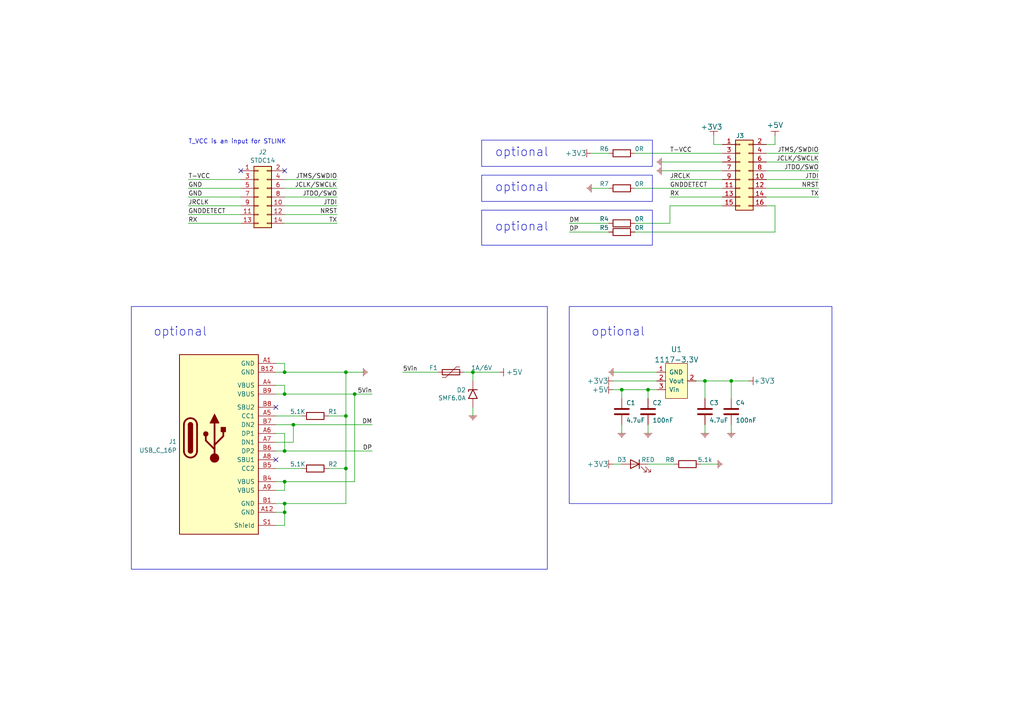
<source format=kicad_sch>
(kicad_sch (version 20230121) (generator eeschema)
  (paper "A4")
  (title_block (date "2023-08-12"))
  (lib_symbols
    (symbol "0_power:+3V3" (power) (pin_names (offset 1.016))
      (property "Value" "+3V3" (at 0 1.27 0))
      (symbol "+3V3_0_1"
        (polyline (pts (xy -1.143 0) (xy 1.143 0)))
        (polyline (pts (xy 0 0) (xy 0 -1.27)))
      )
      (symbol "+3V3_1_1"
        (pin power_in line (at 0 -1.27 90) (length 0) hide (name "+3V3") (number "1"))
      )
    )
    (symbol "0_power:+5V" (power) (pin_names (offset 1.016))
      (property "Value" "+5V" (at 0 1.27 0))
      (symbol "+5V_0_1"
        (polyline (pts (xy -1.143 0) (xy 1.143 0)))
        (polyline (pts (xy 0 0) (xy 0 -1.27)))
      )
      (symbol "+5V_1_1"
        (pin power_in line (at 0 -1.27 90) (length 0) hide (name "+5V") (number "1"))
      )
    )
    (symbol "0_power:GND" (power) (pin_names (offset 1.016))
      (symbol "GND_0_1"
        (polyline (pts (xy -1.143 0) (xy 1.143 0)))
        (polyline (pts (xy -0.762 -0.381) (xy 0.762 -0.381)))
        (polyline (pts (xy -0.381 -0.762) (xy 0.381 -0.762)))
        (polyline (pts (xy -0.127 -1.143) (xy 0.127 -1.143)))
      )
      (symbol "GND_1_1"
        (pin power_in line (at 0 0 270) (length 0) hide (name "GND") (number "1"))
      )
    )
    (symbol "0_ungrouped:AMS1117_TabPin2" (pin_names (offset 1.016))
      (property "Reference" "U" (at -2.54 6.35 0))
      (property "Value" "AMS1117_TabPin2" (at 0 -6.35 0))
      (symbol "AMS1117_TabPin2_0_1"
        (rectangle (start -3.81 5.08) (end 2.54 -5.08) (fill (type background)))
      )
      (symbol "AMS1117_TabPin2_1_1"
        (pin passive line (at -6.35 2.54 0) (length 2.54) (name "GND") (number "1"))
        (pin passive line (at -6.35 0 0) (length 2.54) (name "Vout") (number "2"))
        (pin passive line (at 5.08 0 180) (length 2.54) (name "~") (number "2"))
        (pin passive line (at -6.35 -2.54 0) (length 2.54) (name "Vin") (number "3"))
      )
    )
    (symbol "0_ungrouped:USB_C_16P" (pin_names (offset 1.016))
      (property "Reference" "J" (at -12.7 25.4 0))
      (property "Value" "USB_C_16P" (at 8.89 25.4 0))
      (symbol "USB_C_16P_0_1"
        (rectangle (start -12.7 24.13) (end 10.16 -27.94) (stroke (width 0.254)) (fill (type background)))
        (arc (start -11.43 -3.81) (mid -9.525 -5.7067) (end -7.62 -3.81) (stroke (width 0.508)))
        (arc (start -10.16 -3.81) (mid -9.525 -4.4423) (end -8.89 -3.81) (stroke (width 0.254)))
        (arc (start -10.16 -3.81) (mid -9.525 -4.4423) (end -8.89 -3.81) (stroke (width 0.254)) (fill (type outline)))
        (rectangle (start -10.16 -3.81) (end -8.89 3.81) (stroke (width 0.254)) (fill (type outline)))
        (arc (start -8.89 3.81) (mid -9.525 4.4423) (end -10.16 3.81) (stroke (width 0.254)))
        (arc (start -8.89 3.81) (mid -9.525 4.4423) (end -10.16 3.81) (stroke (width 0.254)) (fill (type outline)))
        (arc (start -7.62 3.81) (mid -9.525 5.7067) (end -11.43 3.81) (stroke (width 0.508)))
        (polyline (pts (xy -11.43 -3.81) (xy -11.43 3.81)) (stroke (width 0.508)))
        (polyline (pts (xy -7.62 3.81) (xy -7.62 -3.81)) (stroke (width 0.508)))
      )
      (symbol "USB_C_16P_1_1"
        (circle (center -5.08 1.143) (radius 0.635) (stroke (width 0.254)) (fill (type outline)))
        (circle (center -2.54 -5.842) (radius 1.27) (fill (type outline)))
        (rectangle (start -0.635 1.778) (end 0.635 3.048) (stroke (width 0.254)) (fill (type outline)))
        (polyline (pts (xy -2.54 -5.842) (xy -2.54 4.318)) (stroke (width 0.508)))
        (polyline (pts (xy -2.54 -3.302) (xy -5.08 -0.762) (xy -5.08 0.508)) (stroke (width 0.508)))
        (polyline (pts (xy -2.54 -2.032) (xy 0 0.508) (xy 0 1.778)) (stroke (width 0.508)))
        (polyline (pts (xy -3.81 4.318) (xy -2.54 6.858) (xy -1.27 4.318) (xy -3.81 4.318)) (stroke (width 0.254)) (fill (type outline)))
        (pin passive line (at 15.24 21.59 180) (length 5.08) (name "GND") (number "A1"))
        (pin passive line (at 15.24 -21.59 180) (length 5.08) (name "GND") (number "A12"))
        (pin passive line (at 15.24 15.24 180) (length 5.08) (name "VBUS") (number "A4"))
        (pin passive line (at 15.24 6.35 180) (length 5.08) (name "CC1") (number "A5"))
        (pin passive line (at 15.24 1.27 180) (length 5.08) (name "DP1") (number "A6"))
        (pin passive line (at 15.24 -1.27 180) (length 5.08) (name "DN1") (number "A7"))
        (pin passive line (at 15.24 -6.35 180) (length 5.08) (name "SBU1") (number "A8"))
        (pin passive line (at 15.24 -15.24 180) (length 5.08) (name "VBUS") (number "A9"))
        (pin passive line (at 15.24 -19.05 180) (length 5.08) (name "GND") (number "B1"))
        (pin passive line (at 15.24 19.05 180) (length 5.08) (name "GND") (number "B12"))
        (pin passive line (at 15.24 -12.7 180) (length 5.08) (name "VBUS") (number "B4"))
        (pin passive line (at 15.24 -8.89 180) (length 5.08) (name "CC2") (number "B5"))
        (pin passive line (at 15.24 -3.81 180) (length 5.08) (name "DP2") (number "B6"))
        (pin passive line (at 15.24 3.81 180) (length 5.08) (name "DN2") (number "B7"))
        (pin passive line (at 15.24 8.89 180) (length 5.08) (name "SBU2") (number "B8"))
        (pin passive line (at 15.24 12.7 180) (length 5.08) (name "VBUS") (number "B9"))
        (pin passive line (at 15.24 -25.4 180) (length 5.08) (name "Shield") (number "S1"))
      )
    )
    (symbol "Connector_Generic:Conn_02x07_Odd_Even" (pin_names (offset 1.016) hide)
      (property "Reference" "J" (at 1.27 10.16 0))
      (property "Value" "Conn_02x07_Odd_Even" (at 1.27 -10.16 0))
      (symbol "Conn_02x07_Odd_Even_1_1"
        (rectangle (start -1.27 -7.493) (end 0 -7.747) (stroke (width 0.1524)))
        (rectangle (start -1.27 -4.953) (end 0 -5.207) (stroke (width 0.1524)))
        (rectangle (start -1.27 -2.413) (end 0 -2.667) (stroke (width 0.1524)))
        (rectangle (start -1.27 0.127) (end 0 -0.127) (stroke (width 0.1524)))
        (rectangle (start -1.27 2.667) (end 0 2.413) (stroke (width 0.1524)))
        (rectangle (start -1.27 5.207) (end 0 4.953) (stroke (width 0.1524)))
        (rectangle (start -1.27 7.747) (end 0 7.493) (stroke (width 0.1524)))
        (rectangle (start -1.27 8.89) (end 3.81 -8.89) (stroke (width 0.254)) (fill (type background)))
        (rectangle (start 3.81 -7.493) (end 2.54 -7.747) (stroke (width 0.1524)))
        (rectangle (start 3.81 -4.953) (end 2.54 -5.207) (stroke (width 0.1524)))
        (rectangle (start 3.81 -2.413) (end 2.54 -2.667) (stroke (width 0.1524)))
        (rectangle (start 3.81 0.127) (end 2.54 -0.127) (stroke (width 0.1524)))
        (rectangle (start 3.81 2.667) (end 2.54 2.413) (stroke (width 0.1524)))
        (rectangle (start 3.81 5.207) (end 2.54 4.953) (stroke (width 0.1524)))
        (rectangle (start 3.81 7.747) (end 2.54 7.493) (stroke (width 0.1524)))
        (pin passive line (at -5.08 7.62 0) (length 3.81) (name "Pin_1") (number "1"))
        (pin passive line (at 7.62 -2.54 180) (length 3.81) (name "Pin_10") (number "10"))
        (pin passive line (at -5.08 -5.08 0) (length 3.81) (name "Pin_11") (number "11"))
        (pin passive line (at 7.62 -5.08 180) (length 3.81) (name "Pin_12") (number "12"))
        (pin passive line (at -5.08 -7.62 0) (length 3.81) (name "Pin_13") (number "13"))
        (pin passive line (at 7.62 -7.62 180) (length 3.81) (name "Pin_14") (number "14"))
        (pin passive line (at 7.62 7.62 180) (length 3.81) (name "Pin_2") (number "2"))
        (pin passive line (at -5.08 5.08 0) (length 3.81) (name "Pin_3") (number "3"))
        (pin passive line (at 7.62 5.08 180) (length 3.81) (name "Pin_4") (number "4"))
        (pin passive line (at -5.08 2.54 0) (length 3.81) (name "Pin_5") (number "5"))
        (pin passive line (at 7.62 2.54 180) (length 3.81) (name "Pin_6") (number "6"))
        (pin passive line (at -5.08 0 0) (length 3.81) (name "Pin_7") (number "7"))
        (pin passive line (at 7.62 0 180) (length 3.81) (name "Pin_8") (number "8"))
        (pin passive line (at -5.08 -2.54 0) (length 3.81) (name "Pin_9") (number "9"))
      )
    )
    (symbol "Connector_Generic:Conn_02x08_Odd_Even" (pin_names (offset 1.016) hide)
      (property "Reference" "J" (at 1.27 10.16 0))
      (property "Value" "Conn_02x08_Odd_Even" (at 1.27 -12.7 0))
      (symbol "Conn_02x08_Odd_Even_1_1"
        (rectangle (start -1.27 -10.033) (end 0 -10.287) (stroke (width 0.1524)))
        (rectangle (start -1.27 -7.493) (end 0 -7.747) (stroke (width 0.1524)))
        (rectangle (start -1.27 -4.953) (end 0 -5.207) (stroke (width 0.1524)))
        (rectangle (start -1.27 -2.413) (end 0 -2.667) (stroke (width 0.1524)))
        (rectangle (start -1.27 0.127) (end 0 -0.127) (stroke (width 0.1524)))
        (rectangle (start -1.27 2.667) (end 0 2.413) (stroke (width 0.1524)))
        (rectangle (start -1.27 5.207) (end 0 4.953) (stroke (width 0.1524)))
        (rectangle (start -1.27 7.747) (end 0 7.493) (stroke (width 0.1524)))
        (rectangle (start -1.27 8.89) (end 3.81 -11.43) (stroke (width 0.254)) (fill (type background)))
        (rectangle (start 3.81 -10.033) (end 2.54 -10.287) (stroke (width 0.1524)))
        (rectangle (start 3.81 -7.493) (end 2.54 -7.747) (stroke (width 0.1524)))
        (rectangle (start 3.81 -4.953) (end 2.54 -5.207) (stroke (width 0.1524)))
        (rectangle (start 3.81 -2.413) (end 2.54 -2.667) (stroke (width 0.1524)))
        (rectangle (start 3.81 0.127) (end 2.54 -0.127) (stroke (width 0.1524)))
        (rectangle (start 3.81 2.667) (end 2.54 2.413) (stroke (width 0.1524)))
        (rectangle (start 3.81 5.207) (end 2.54 4.953) (stroke (width 0.1524)))
        (rectangle (start 3.81 7.747) (end 2.54 7.493) (stroke (width 0.1524)))
        (pin passive line (at -5.08 7.62 0) (length 3.81) (name "Pin_1") (number "1"))
        (pin passive line (at 7.62 -2.54 180) (length 3.81) (name "Pin_10") (number "10"))
        (pin passive line (at -5.08 -5.08 0) (length 3.81) (name "Pin_11") (number "11"))
        (pin passive line (at 7.62 -5.08 180) (length 3.81) (name "Pin_12") (number "12"))
        (pin passive line (at -5.08 -7.62 0) (length 3.81) (name "Pin_13") (number "13"))
        (pin passive line (at 7.62 -7.62 180) (length 3.81) (name "Pin_14") (number "14"))
        (pin passive line (at -5.08 -10.16 0) (length 3.81) (name "Pin_15") (number "15"))
        (pin passive line (at 7.62 -10.16 180) (length 3.81) (name "Pin_16") (number "16"))
        (pin passive line (at 7.62 7.62 180) (length 3.81) (name "Pin_2") (number "2"))
        (pin passive line (at -5.08 5.08 0) (length 3.81) (name "Pin_3") (number "3"))
        (pin passive line (at 7.62 5.08 180) (length 3.81) (name "Pin_4") (number "4"))
        (pin passive line (at -5.08 2.54 0) (length 3.81) (name "Pin_5") (number "5"))
        (pin passive line (at 7.62 2.54 180) (length 3.81) (name "Pin_6") (number "6"))
        (pin passive line (at -5.08 0 0) (length 3.81) (name "Pin_7") (number "7"))
        (pin passive line (at 7.62 0 180) (length 3.81) (name "Pin_8") (number "8"))
        (pin passive line (at -5.08 -2.54 0) (length 3.81) (name "Pin_9") (number "9"))
      )
    )
    (symbol "Device:C" (pin_numbers hide) (pin_names (offset 0.254))
      (property "Reference" "C" (at 0.635 2.54 0))
      (property "Value" "C" (at 0.635 -2.54 0))
      (symbol "C_0_1"
        (polyline (pts (xy -2.032 -0.762) (xy 2.032 -0.762)) (stroke (width 0.508)))
        (polyline (pts (xy -2.032 0.762) (xy 2.032 0.762)) (stroke (width 0.508)))
      )
      (symbol "C_1_1"
        (pin passive line (at 0 3.81 270) (length 2.794) (name "~") (number "1"))
        (pin passive line (at 0 -3.81 90) (length 2.794) (name "~") (number "2"))
      )
    )
    (symbol "Device:LED" (pin_numbers hide) (pin_names (offset 1.016) hide)
      (property "Reference" "D" (at 0 2.54 0))
      (property "Value" "LED" (at 0 -2.54 0))
      (symbol "LED_0_1"
        (polyline (pts (xy -1.27 -1.27) (xy -1.27 1.27)) (stroke (width 0.254)))
        (polyline (pts (xy -1.27 0) (xy 1.27 0)))
        (polyline (pts (xy 1.27 -1.27) (xy 1.27 1.27) (xy -1.27 0) (xy 1.27 -1.27)) (stroke (width 0.254)))
        (polyline (pts (xy -3.048 -0.762) (xy -4.572 -2.286) (xy -3.81 -2.286) (xy -4.572 -2.286) (xy -4.572 -1.524)))
        (polyline (pts (xy -1.778 -0.762) (xy -3.302 -2.286) (xy -2.54 -2.286) (xy -3.302 -2.286) (xy -3.302 -1.524)))
      )
      (symbol "LED_1_1"
        (pin passive line (at -3.81 0 0) (length 2.54) (name "K") (number "1"))
        (pin passive line (at 3.81 0 180) (length 2.54) (name "A") (number "2"))
      )
    )
    (symbol "Device:Polyfuse" (pin_numbers hide) (pin_names (offset 0))
      (property "Reference" "F" (at -2.54 0 90))
      (property "Value" "Polyfuse" (at 2.54 0 90))
      (symbol "Polyfuse_0_1"
        (rectangle (start -0.762 2.54) (end 0.762 -2.54) (stroke (width 0.254)))
        (polyline (pts (xy 0 2.54) (xy 0 -2.54)))
        (polyline (pts (xy -1.524 2.54) (xy -1.524 1.524) (xy 1.524 -1.524) (xy 1.524 -2.54)))
      )
      (symbol "Polyfuse_1_1"
        (pin passive line (at 0 3.81 270) (length 1.27) (name "~") (number "1"))
        (pin passive line (at 0 -3.81 90) (length 1.27) (name "~") (number "2"))
      )
    )
    (symbol "Device:R" (pin_numbers hide) (pin_names (offset 0))
      (property "Reference" "R" (at 2.032 0 90))
      (property "Value" "R" (at 0 0 90))
      (symbol "R_0_1"
        (rectangle (start -1.016 -2.54) (end 1.016 2.54) (stroke (width 0.254)))
      )
      (symbol "R_1_1"
        (pin passive line (at 0 3.81 270) (length 1.27) (name "~") (number "1"))
        (pin passive line (at 0 -3.81 90) (length 1.27) (name "~") (number "2"))
      )
    )
    (symbol "Diode:1.5KExxA" (pin_numbers hide) (pin_names (offset 1.016) hide)
      (property "Reference" "D" (at 0 2.54 0))
      (property "Value" "1.5KExxA" (at 0 -2.54 0))
      (symbol "1.5KExxA_0_1"
        (polyline (pts (xy -0.762 1.27) (xy -1.27 1.27) (xy -1.27 -1.27)) (stroke (width 0.254)))
        (polyline (pts (xy 1.27 1.27) (xy 1.27 -1.27) (xy -1.27 0) (xy 1.27 1.27)) (stroke (width 0.254)))
      )
      (symbol "1.5KExxA_1_1"
        (pin passive line (at -3.81 0 0) (length 2.54) (name "A1") (number "1"))
        (pin passive line (at 3.81 0 180) (length 2.54) (name "A2") (number "2"))
      )
    )
  )
  (junction (at 82.55 139.7))
  (junction (at 82.55 130.81))
  (junction (at 82.55 148.59))
  (junction (at 100.33 135.89))
  (junction (at 137.16 107.95))
  (junction (at 100.33 120.65))
  (junction (at 82.55 114.3))
  (junction (at 180.34 113.03))
  (junction (at 85.09 123.19))
  (junction (at 82.55 107.95))
  (junction (at 204.47 110.49))
  (junction (at 187.96 113.03))
  (junction (at 102.87 114.3))
  (junction (at 82.55 146.05))
  (junction (at 100.33 107.95))
  (junction (at 212.09 110.49))
  (no_connect (at 80.01 118.11))
  (no_connect (at 69.85 49.53))
  (no_connect (at 80.01 133.35))
  (no_connect (at 82.55 49.53))
  (wire (pts (xy 207.01 41.91) (xy 209.55 41.91)))
  (wire (pts (xy 100.33 135.89) (xy 100.33 120.65)))
  (wire (pts (xy 80.01 125.73) (xy 82.55 125.73)))
  (wire (pts (xy 54.61 54.61) (xy 69.85 54.61)))
  (wire (pts (xy 209.55 59.69) (xy 194.31 59.69)))
  (wire (pts (xy 100.33 135.89) (xy 100.33 146.05)))
  (wire (pts (xy 80.01 105.41) (xy 82.55 105.41)))
  (wire (pts (xy 165.1 67.31) (xy 176.53 67.31)))
  (wire (pts (xy 116.84 107.95) (xy 127 107.95)))
  (wire (pts (xy 54.61 52.07) (xy 69.85 52.07)))
  (wire (pts (xy 187.96 113.03) (xy 180.34 113.03)))
  (wire (pts (xy 82.55 59.69) (xy 97.79 59.69)))
  (wire (pts (xy 82.55 105.41) (xy 82.55 107.95)))
  (wire (pts (xy 171.45 44.45) (xy 176.53 44.45)))
  (wire (pts (xy 80.01 142.24) (xy 82.55 142.24)))
  (wire (pts (xy 212.09 110.49) (xy 212.09 115.57)))
  (wire (pts (xy 184.15 67.31) (xy 224.79 67.31)))
  (wire (pts (xy 187.96 113.03) (xy 187.96 115.57)))
  (wire (pts (xy 54.61 57.15) (xy 69.85 57.15)))
  (wire (pts (xy 80.01 146.05) (xy 82.55 146.05)))
  (wire (pts (xy 204.47 123.19) (xy 204.47 125.73)))
  (wire (pts (xy 82.55 54.61) (xy 97.79 54.61)))
  (wire (pts (xy 100.33 107.95) (xy 105.41 107.95)))
  (wire (pts (xy 82.55 52.07) (xy 97.79 52.07)))
  (wire (pts (xy 177.8 113.03) (xy 180.34 113.03)))
  (wire (pts (xy 191.77 46.99) (xy 209.55 46.99)))
  (wire (pts (xy 82.55 148.59) (xy 80.01 148.59)))
  (wire (pts (xy 85.09 128.27) (xy 80.01 128.27)))
  (wire (pts (xy 222.25 49.53) (xy 237.49 49.53)))
  (wire (pts (xy 190.5 113.03) (xy 187.96 113.03)))
  (wire (pts (xy 82.55 57.15) (xy 97.79 57.15)))
  (wire (pts (xy 212.09 123.19) (xy 212.09 125.73)))
  (wire (pts (xy 180.34 123.19) (xy 180.34 125.73)))
  (wire (pts (xy 180.34 113.03) (xy 180.34 115.57)))
  (wire (pts (xy 222.25 54.61) (xy 237.49 54.61)))
  (wire (pts (xy 85.09 123.19) (xy 85.09 128.27)))
  (wire (pts (xy 191.77 49.53) (xy 209.55 49.53)))
  (wire (pts (xy 187.96 123.19) (xy 187.96 125.73)))
  (wire (pts (xy 177.8 110.49) (xy 190.5 110.49)))
  (wire (pts (xy 102.87 114.3) (xy 82.55 114.3)))
  (wire (pts (xy 107.95 130.81) (xy 82.55 130.81)))
  (wire (pts (xy 194.31 59.69) (xy 194.31 64.77)))
  (wire (pts (xy 134.62 107.95) (xy 137.16 107.95)))
  (wire (pts (xy 194.31 57.15) (xy 209.55 57.15)))
  (wire (pts (xy 194.31 52.07) (xy 209.55 52.07)))
  (wire (pts (xy 82.55 107.95) (xy 80.01 107.95)))
  (wire (pts (xy 87.63 120.65) (xy 80.01 120.65)))
  (wire (pts (xy 102.87 139.7) (xy 102.87 114.3)))
  (wire (pts (xy 82.55 152.4) (xy 82.55 148.59)))
  (wire (pts (xy 82.55 107.95) (xy 100.33 107.95)))
  (wire (pts (xy 87.63 135.89) (xy 80.01 135.89)))
  (wire (pts (xy 137.16 107.95) (xy 137.16 110.49)))
  (wire (pts (xy 222.25 52.07) (xy 237.49 52.07)))
  (wire (pts (xy 82.55 64.77) (xy 97.79 64.77)))
  (wire (pts (xy 171.45 54.61) (xy 176.53 54.61)))
  (wire (pts (xy 222.25 44.45) (xy 237.49 44.45)))
  (wire (pts (xy 80.01 139.7) (xy 82.55 139.7)))
  (wire (pts (xy 82.55 146.05) (xy 82.55 148.59)))
  (wire (pts (xy 184.15 54.61) (xy 209.55 54.61)))
  (wire (pts (xy 187.96 134.62) (xy 195.58 134.62)))
  (wire (pts (xy 222.25 46.99) (xy 237.49 46.99)))
  (wire (pts (xy 203.2 134.62) (xy 208.28 134.62)))
  (wire (pts (xy 207.01 39.37) (xy 207.01 41.91)))
  (wire (pts (xy 107.95 114.3) (xy 102.87 114.3)))
  (wire (pts (xy 184.15 44.45) (xy 209.55 44.45)))
  (wire (pts (xy 184.15 64.77) (xy 194.31 64.77)))
  (wire (pts (xy 212.09 110.49) (xy 217.17 110.49)))
  (wire (pts (xy 54.61 59.69) (xy 69.85 59.69)))
  (wire (pts (xy 137.16 118.11) (xy 137.16 120.65)))
  (wire (pts (xy 82.55 111.76) (xy 82.55 114.3)))
  (wire (pts (xy 222.25 57.15) (xy 237.49 57.15)))
  (wire (pts (xy 204.47 110.49) (xy 204.47 115.57)))
  (wire (pts (xy 82.55 114.3) (xy 80.01 114.3)))
  (wire (pts (xy 177.8 134.62) (xy 180.34 134.62)))
  (wire (pts (xy 82.55 62.23) (xy 97.79 62.23)))
  (wire (pts (xy 224.79 67.31) (xy 224.79 59.69)))
  (wire (pts (xy 177.8 107.95) (xy 190.5 107.95)))
  (wire (pts (xy 224.79 39.37) (xy 224.79 41.91)))
  (wire (pts (xy 80.01 152.4) (xy 82.55 152.4)))
  (wire (pts (xy 82.55 142.24) (xy 82.55 139.7)))
  (wire (pts (xy 204.47 110.49) (xy 212.09 110.49)))
  (wire (pts (xy 80.01 123.19) (xy 85.09 123.19)))
  (wire (pts (xy 82.55 125.73) (xy 82.55 130.81)))
  (wire (pts (xy 222.25 41.91) (xy 224.79 41.91)))
  (wire (pts (xy 82.55 146.05) (xy 100.33 146.05)))
  (wire (pts (xy 137.16 107.95) (xy 144.78 107.95)))
  (wire (pts (xy 82.55 130.81) (xy 80.01 130.81)))
  (wire (pts (xy 100.33 107.95) (xy 100.33 120.65)))
  (wire (pts (xy 165.1 64.77) (xy 176.53 64.77)))
  (wire (pts (xy 80.01 111.76) (xy 82.55 111.76)))
  (wire (pts (xy 100.33 135.89) (xy 95.25 135.89)))
  (wire (pts (xy 54.61 62.23) (xy 69.85 62.23)))
  (wire (pts (xy 107.95 123.19) (xy 85.09 123.19)))
  (wire (pts (xy 100.33 120.65) (xy 95.25 120.65)))
  (wire (pts (xy 82.55 139.7) (xy 102.87 139.7)))
  (wire (pts (xy 201.93 110.49) (xy 204.47 110.49)))
  (wire (pts (xy 224.79 59.69) (xy 222.25 59.69)))
  (wire (pts (xy 54.61 64.77) (xy 69.85 64.77)))
  (rectangle (start 139.7 50.8) (end 189.23 58.42))
  (rectangle (start 38.1 88.9) (end 158.75 165.1))
  (rectangle (start 165.1 88.9) (end 241.3 146.05))
  (rectangle (start 139.7 40.64) (end 189.23 48.26))
  (rectangle (start 139.7 60.96) (end 189.23 71.12))
  (text "optional" (at 143.51 45.72 0) (effects (font (size 2.54 2.54)) (justify left bottom)))
  (text "optional" (at 44.45 97.79 0) (effects (font (size 2.54 2.54)) (justify left bottom)))
  (text "T_VCC is an input for STLINK" (at 54.61 41.91 0) (effects (font (size 1.27 1.27)) (justify left bottom)))
  (text "optional" (at 143.51 67.31 0) (effects (font (size 2.54 2.54)) (justify left bottom)))
  (text "optional" (at 143.51 55.88 0) (effects (font (size 2.54 2.54)) (justify left bottom)))
  (text "optional" (at 171.45 97.79 0) (effects (font (size 2.54 2.54)) (justify left bottom)))
  (label "T-VCC" (at 194.31 44.45 0))
  (label "JTDO{slash}SWO" (at 237.49 49.53 180))
  (label "RX" (at 194.31 57.15 0))
  (label "NRST" (at 97.79 62.23 180))
  (label "JTDO{slash}SWO" (at 97.79 57.15 180))
  (label "JTDI" (at 237.49 52.07 180))
  (label "DP" (at 165.1 67.31 0))
  (label "JTMS{slash}SWDIO" (at 97.79 52.07 180))
  (label "GND" (at 54.61 57.15 0))
  (label "DM" (at 165.1 64.77 0))
  (label "TX" (at 237.49 57.15 180))
  (label "DM" (at 107.95 123.19 180))
  (label "JCLK{slash}SWCLK" (at 237.49 46.99 180))
  (label "JRCLK" (at 194.31 52.07 0))
  (label "DP" (at 107.95 130.81 180))
  (label "GNDDETECT" (at 194.31 54.61 0))
  (label "NRST" (at 237.49 54.61 180))
  (label "GNDDETECT" (at 54.61 62.23 0))
  (label "TX" (at 97.79 64.77 180))
  (label "5Vin" (at 107.95 114.3 180))
  (label "JTDI" (at 97.79 59.69 180))
  (label "RX" (at 54.61 64.77 0))
  (label "JCLK{slash}SWCLK" (at 97.79 54.61 180))
  (label "5Vin" (at 116.84 107.95 0))
  (label "T-VCC" (at 54.61 52.07 0))
  (label "GND" (at 54.61 54.61 0))
  (label "JRCLK" (at 54.61 59.69 0))
  (label "JTMS{slash}SWDIO" (at 237.49 44.45 180))
  (symbol (lib_id "0_power:+3V3") (at 207.01 38.1 0) (mirror y) (unit 1)
    (property "Reference" "#PWR020" (effects hide))
    (property "Value" "+3V3" (at 209.55 36.83 0) (effects (font (size 1.524 1.524)) (justify left)))
  )
  (symbol (lib_id "Device:R") (at 180.34 64.77 90) (unit 1)
    (property "Reference" "R4" (at 175.26 63.5 90))
    (property "Value" "0R" (at 185.42 63.5 90))
    (property "Footprint" "Resistor_SMD:R_0603_1608Metric_Pad0.98x0.95mm_HandSolder" (effects hide))
  )
  (symbol (lib_id "0_power:+3V3") (at 218.44 110.49 270) (mirror x) (unit 1)
    (property "Reference" "#PWR017" (effects hide))
    (property "Value" "+3V3" (at 218.44 110.49 90) (effects (font (size 1.524 1.524)) (justify left)))
  )
  (symbol (lib_id "Device:R") (at 180.34 54.61 90) (unit 1)
    (property "Reference" "R7" (at 175.26 53.34 90))
    (property "Value" "0R" (at 185.42 53.34 90))
    (property "Footprint" "Resistor_SMD:R_0603_1608Metric_Pad0.98x0.95mm_HandSolder" (effects hide))
  )
  (symbol (lib_id "Device:C") (at 212.09 119.38 0) (unit 1)
    (property "Reference" "C4" (at 213.36 116.84 0) (effects (justify left)))
    (property "Value" "100nF" (at 213.36 121.92 0) (effects (justify left)))
    (property "Footprint" "Capacitor_SMD:C_0603_1608Metric_Pad1.08x0.95mm_HandSolder" (effects hide))
  )
  (symbol (lib_id "Device:R") (at 180.34 44.45 90) (unit 1)
    (property "Reference" "R6" (at 175.26 43.18 90))
    (property "Value" "0R" (at 185.42 43.18 90))
    (property "Footprint" "Resistor_SMD:R_0603_1608Metric_Pad0.98x0.95mm_HandSolder" (effects hide))
  )
  (symbol (lib_id "Device:R") (at 199.39 134.62 90) (unit 1)
    (property "Reference" "R8" (at 194.31 133.35 90))
    (property "Value" "5.1k" (at 204.47 133.35 90))
    (property "Footprint" "Resistor_SMD:R_0603_1608Metric_Pad0.98x0.95mm_HandSolder" (effects hide))
  )
  (symbol (lib_id "0_power:GND") (at 187.96 125.73 0) (unit 1)
    (property "Reference" "#PWR013" (effects hide))
    (property "Value" "GND" (effects hide))
  )
  (symbol (lib_id "0_power:GND") (at 171.45 54.61 270) (mirror x) (unit 1)
    (property "Reference" "#PWR07" (effects hide))
    (property "Value" "GND" (effects hide))
  )
  (symbol (lib_id "Device:R") (at 91.44 135.89 270) (unit 1)
    (property "Reference" "R2" (at 96.52 134.62 90))
    (property "Value" "5.1K" (at 86.36 134.62 90))
    (property "Footprint" "Resistor_SMD:R_0603_1608Metric" (effects hide))
  )
  (symbol (lib_id "0_power:GND") (at 180.34 125.73 0) (unit 1)
    (property "Reference" "#PWR012" (effects hide))
    (property "Value" "GND" (effects hide))
  )
  (symbol (lib_id "0_power:GND") (at 191.77 46.99 270) (mirror x) (unit 1)
    (property "Reference" "#PWR014" (effects hide))
    (property "Value" "GND" (effects hide))
  )
  (symbol (lib_id "Device:R") (at 91.44 120.65 270) (unit 1)
    (property "Reference" "R1" (at 96.52 119.38 90))
    (property "Value" "5.1K" (at 86.36 119.38 90))
    (property "Footprint" "Resistor_SMD:R_0603_1608Metric" (effects hide))
  )
  (symbol (lib_id "0_ungrouped:USB_C_16P") (at 64.77 127 0) (unit 1)
    (property "Reference" "J1" (at 51.308 128.0703 0) (effects (justify right)))
    (property "Value" "USB_C_16P" (at 51.308 130.6072 0) (effects (justify right)))
    (property "Footprint" "0_ungrouped:USB_C_16P_4Foot8.64mm" (effects hide))
    (property "Datasheet" "https://www.usb.org/sites/default/files/documents/usb_type-c.zip" (effects hide))
  )
  (symbol (lib_id "Device:C") (at 187.96 119.38 0) (unit 1)
    (property "Reference" "C2" (at 189.23 116.84 0) (effects (justify left)))
    (property "Value" "100nF" (at 189.23 121.92 0) (effects (justify left)))
    (property "Footprint" "Capacitor_SMD:C_0603_1608Metric_Pad1.08x0.95mm_HandSolder" (effects hide))
  )
  (symbol (lib_id "0_power:GND") (at 204.47 125.73 0) (unit 1)
    (property "Reference" "#PWR016" (effects hide))
    (property "Value" "GND" (effects hide))
  )
  (symbol (lib_id "0_ungrouped:AMS1117_TabPin2") (at 196.85 110.49 0) (unit 1)
    (property "Reference" "U1" (at 196.215 101.3259 0) (effects (font (size 1.524 1.524))))
    (property "Value" "1117-3.3V" (at 196.215 104.3193 0) (effects (font (size 1.524 1.524))))
    (property "Footprint" "Package_TO_SOT_SMD:SOT-223-3_TabPin2" (effects hide))
  )
  (symbol (lib_id "0_power:GND") (at 177.8 107.95 270) (unit 1)
    (property "Reference" "#PWR011" (effects hide))
    (property "Value" "GND" (effects hide))
  )
  (symbol (lib_id "Device:LED") (at 184.15 134.62 0) (mirror y) (unit 1)
    (property "Reference" "D3" (at 180.34 133.35 0))
    (property "Value" "RED" (at 187.96 133.35 0))
    (property "Footprint" "LED_SMD:LED_0603_1608Metric_Pad1.05x0.95mm_HandSolder" (effects hide))
  )
  (symbol (lib_id "0_power:+5V") (at 146.05 107.95 270) (mirror x) (unit 1)
    (property "Reference" "#PWR04" (effects hide))
    (property "Value" "+5V" (at 146.685 107.95 90) (effects (font (size 1.524 1.524)) (justify left)))
  )
  (symbol (lib_id "Device:R") (at 180.34 67.31 90) (unit 1)
    (property "Reference" "R5" (at 175.26 66.04 90))
    (property "Value" "0R" (at 185.42 66.04 90))
    (property "Footprint" "Resistor_SMD:R_0603_1608Metric_Pad0.98x0.95mm_HandSolder" (effects hide))
  )
  (symbol (lib_id "0_power:GND") (at 137.16 120.65 0) (mirror y) (unit 1)
    (property "Reference" "#PWR03" (effects hide))
    (property "Value" "GND" (effects hide))
  )
  (symbol (lib_id "Connector_Generic:Conn_02x08_Odd_Even") (at 214.63 49.53 0) (unit 1)
    (property "Reference" "J3" (at 214.63 39.37 0))
    (property "Value" "DC3" (effects hide))
    (property "Footprint" "Connector_PinHeader_2.54mm:PinHeader_2x08_P2.54mm_Horizontal" (effects hide))
  )
  (symbol (lib_id "Diode:1.5KExxA") (at 137.16 114.3 90) (mirror x) (unit 1)
    (property "Reference" "D2" (at 135.1534 113.1316 90) (effects (justify left)))
    (property "Value" "SMF6.0A" (at 135.1534 115.443 90) (effects (justify left)))
    (property "Footprint" "Diode_SMD:D_1206_3216Metric_Pad1.42x1.75mm_HandSolder" (effects hide))
    (property "Datasheet" "https://www.vishay.com/docs/88301/15ke.pdf" (effects hide))
  )
  (symbol (lib_id "0_power:+3V3") (at 176.53 110.49 90) (unit 1)
    (property "Reference" "#PWR08" (effects hide))
    (property "Value" "+3V3" (at 176.53 110.49 90) (effects (font (size 1.524 1.524)) (justify left)))
  )
  (symbol (lib_id "0_power:GND") (at 212.09 125.73 0) (unit 1)
    (property "Reference" "#PWR02" (effects hide))
    (property "Value" "GND" (effects hide))
  )
  (symbol (lib_id "0_power:GND") (at 208.28 134.62 90) (mirror x) (unit 1)
    (property "Reference" "#PWR018" (effects hide))
    (property "Value" "GND" (effects hide))
  )
  (symbol (lib_id "0_power:+3V3") (at 176.53 134.62 90) (unit 1)
    (property "Reference" "#PWR010" (effects hide))
    (property "Value" "+3V3" (at 176.53 134.62 90) (effects (font (size 1.524 1.524)) (justify left)))
  )
  (symbol (lib_id "Device:Polyfuse") (at 130.81 107.95 270) (unit 1)
    (property "Reference" "F1" (at 125.73 106.68 90))
    (property "Value" "1A/6V" (at 139.7 106.68 90))
    (property "Footprint" "Fuse:Fuse_1206_3216Metric_Pad1.42x1.75mm_HandSolder" (effects hide))
  )
  (symbol (lib_id "0_power:+5V") (at 176.53 113.03 90) (unit 1)
    (property "Reference" "#PWR09" (effects hide))
    (property "Value" "+5V" (at 176.53 113.03 90) (effects (font (size 1.524 1.524)) (justify left)))
  )
  (symbol (lib_id "0_power:+5V") (at 224.79 38.1 0) (mirror y) (unit 1)
    (property "Reference" "#PWR019" (effects hide))
    (property "Value" "+5V" (at 224.79 36.3026 0) (effects (font (size 1.524 1.524))))
  )
  (symbol (lib_id "Device:C") (at 180.34 119.38 0) (unit 1)
    (property "Reference" "C1" (at 181.61 116.84 0) (effects (justify left)))
    (property "Value" "4.7uF" (at 181.61 121.92 0) (effects (justify left)))
    (property "Footprint" "Capacitor_SMD:C_0805_2012Metric_Pad1.18x1.45mm_HandSolder" (effects hide))
  )
  (symbol (lib_id "Connector_Generic:Conn_02x07_Odd_Even") (at 74.93 57.15 0) (unit 1)
    (property "Reference" "J2" (at 76.2 44.1157 0))
    (property "Value" "STDC14" (at 76.2 46.5399 0))
    (property "Footprint" "0_ungrouped:DC3_SMD_14P_1.27mm" (effects hide))
  )
  (symbol (lib_id "0_power:GND") (at 191.77 49.53 270) (mirror x) (unit 1)
    (property "Reference" "#PWR015" (effects hide))
    (property "Value" "GND" (effects hide))
  )
  (symbol (lib_id "0_power:+3V3") (at 170.18 44.45 90) (unit 1)
    (property "Reference" "#PWR06" (effects hide))
    (property "Value" "+3V3" (at 170.18 44.45 90) (effects (font (size 1.524 1.524)) (justify left)))
  )
  (symbol (lib_id "Device:C") (at 204.47 119.38 0) (unit 1)
    (property "Reference" "C3" (at 205.74 116.84 0) (effects (justify left)))
    (property "Value" "4.7uF" (at 205.74 121.92 0) (effects (justify left)))
    (property "Footprint" "Capacitor_SMD:C_0805_2012Metric_Pad1.18x1.45mm_HandSolder" (effects hide))
  )
  (symbol (lib_id "0_power:GND") (at 105.41 107.95 90) (mirror x) (unit 1)
    (property "Reference" "#PWR01" (effects hide))
    (property "Value" "GND" (effects hide))
  )
)
</source>
